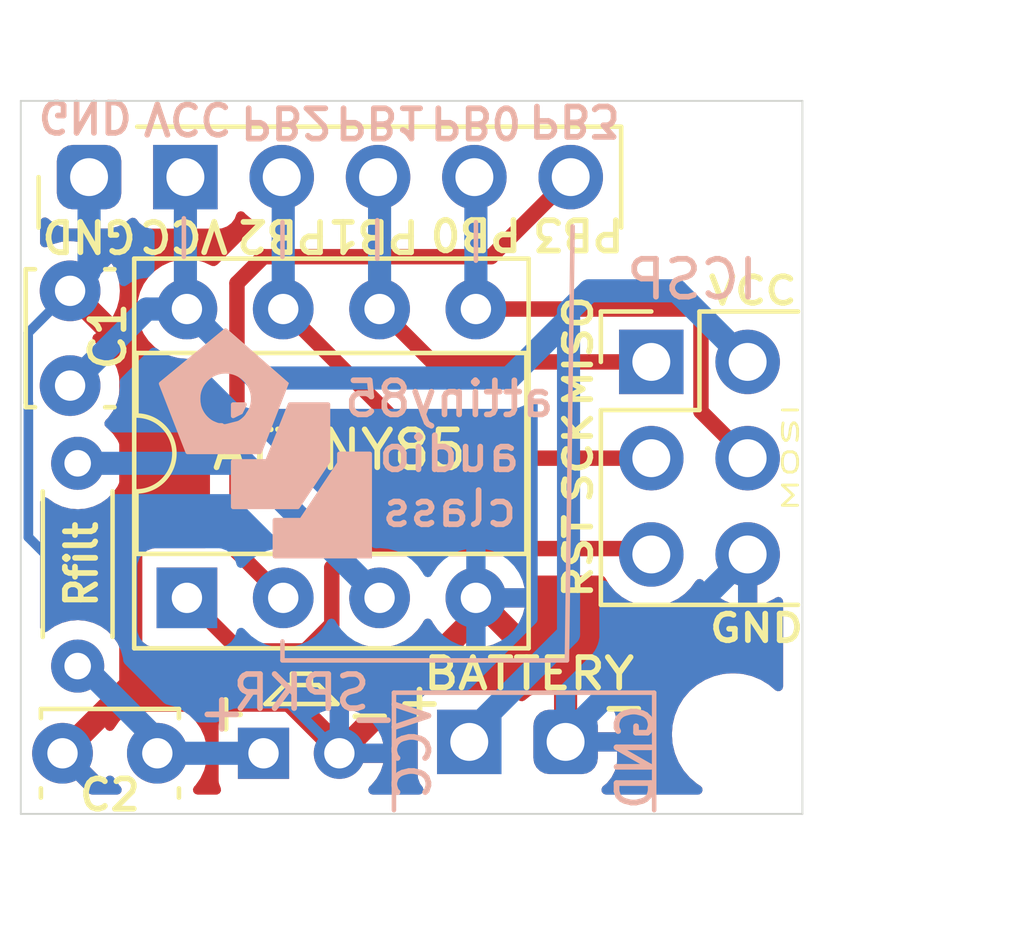
<source format=kicad_pcb>
(kicad_pcb (version 20211014) (generator pcbnew)
  (layers (0 "F.Cu" signal) (31 "B.Cu" signal) (34 "B.Paste" user) (35 "F.Paste" user) (36 "B.SilkS" user "B.Silkscreen") (37 "F.SilkS" user "F.Silkscreen") (38 "B.Mask" user) (39 "F.Mask" user) (44 "Edge.Cuts" user))
  (net 0 "")
  (net 1 "GNDREF")
  (net 2 "VCC")
  (net 3 "Net-(C2-Pad1)")
  (net 4 "Net-(ATTINY85-Pad7)")
  (net 5 "Net-(ATTINY85-Pad3)")
  (net 6 "Net-(ATTINY85-Pad6)")
  (net 7 "Net-(ATTINY85-Pad2)")
  (net 8 "Net-(ATTINY85-Pad5)")
  (net 9 "Net-(ATTINY85-Pad1)")
  (footprint "Connector_PinHeader_2.54mm:PinHeader_1x02_P2.54mm_Vertical" (layer "F.Cu") (at 175.925 149.5 90)
    (fp_text reference "J1" hide)
    (fp_text value "Conn_01x02")
    (pad "1" thru_hole rect (at 0 0 90) (size 1.7 1.7) (drill 1) (layers *.Cu *.Mask) (net 2 "VCC"))
    (pad "2" thru_hole roundrect (at 0 2.54 90) (size 1.7 1.7) (drill 1) (layers *.Cu *.Mask) (net 1 "GNDREF"))
  )
  (footprint "Connector_PinSocket_2.00mm:PinSocket_1x02_P2.00mm_Vertical" (layer "F.Cu") (at 170.5 149.8 90)
    (fp_text reference "J3" hide)
    (fp_text value "Conn_01x02")
    (pad "1" thru_hole rect (at 0 0 90) (size 1.35 1.35) (drill 0.8) (layers *.Cu *.Mask) (net 3 "Net-(C2-Pad1)"))
    (pad "2" thru_hole oval (at 0 2 90) (size 1.35 1.35) (drill 0.8) (layers *.Cu *.Mask) (net 1 "GNDREF"))
  )
  (footprint "Package_DIP:DIP-8_W7.62mm_Socket" (layer "F.Cu") (at 168.48 145.7 90)
    (fp_text reference "ATTINY85" (at 3.9 4.02 180) (layer "F.SilkS"))
    (fp_text value "ATtiny85-20PU")
    (fp_line (start 8.95 -1.39) (end -1.33 -1.39) (layer "F.SilkS") (width 0.12))
    (fp_line (start 2.81 -1.33) (end 1.16 -1.33) (layer "F.SilkS") (width 0.12))
    (fp_line (start 1.16 8.95) (end 6.46 8.95) (layer "F.SilkS") (width 0.12))
    (fp_line (start 8.95 9.01) (end 8.95 -1.39) (layer "F.SilkS") (width 0.12))
    (fp_line (start 6.46 -1.33) (end 4.81 -1.33) (layer "F.SilkS") (width 0.12))
    (fp_line (start -1.33 -1.39) (end -1.33 9.01) (layer "F.SilkS") (width 0.12))
    (fp_line (start 1.16 -1.33) (end 1.16 8.95) (layer "F.SilkS") (width 0.12))
    (fp_line (start -1.33 9.01) (end 8.95 9.01) (layer "F.SilkS") (width 0.12))
    (fp_line (start 6.46 8.95) (end 6.46 -1.33) (layer "F.SilkS") (width 0.12))
    (fp_arc (start 4.81 -1.33) (mid 3.81 -0.33) (end 2.81 -1.33) (layer "F.SilkS") (width 0.12))
    (pad "1" thru_hole rect (at 0 0 90) (size 1.6 1.6) (drill 0.8) (layers *.Cu *.Mask) (net 9 "Net-(ATTINY85-Pad1)"))
    (pad "2" thru_hole oval (at 0 2.54 90) (size 1.6 1.6) (drill 0.8) (layers *.Cu *.Mask) (net 7 "Net-(ATTINY85-Pad2)"))
    (pad "3" thru_hole oval (at 0 5.08 90) (size 1.6 1.6) (drill 0.8) (layers *.Cu *.Mask) (net 5 "Net-(ATTINY85-Pad3)"))
    (pad "4" thru_hole oval (at 0 7.62 90) (size 1.6 1.6) (drill 0.8) (layers *.Cu *.Mask) (net 1 "GNDREF"))
    (pad "5" thru_hole oval (at 7.62 7.62 90) (size 1.6 1.6) (drill 0.8) (layers *.Cu *.Mask) (net 8 "Net-(ATTINY85-Pad5)"))
    (pad "6" thru_hole oval (at 7.62 5.08 90) (size 1.6 1.6) (drill 0.8) (layers *.Cu *.Mask) (net 6 "Net-(ATTINY85-Pad6)"))
    (pad "7" thru_hole oval (at 7.62 2.54 90) (size 1.6 1.6) (drill 0.8) (layers *.Cu *.Mask) (net 4 "Net-(ATTINY85-Pad7)"))
    (pad "8" thru_hole oval (at 7.62 0 90) (size 1.6 1.6) (drill 0.8) (layers *.Cu *.Mask) (net 2 "VCC"))
  )
  (footprint "Resistor_THT:R_Axial_DIN0204_L3.6mm_D1.6mm_P5.08mm_Horizontal" (layer "F.Cu") (at 165.6 147.35 90)
    (fp_text reference "Rfilt" (at 2.54 0.1 90) (layer "F.SilkS") (effects (font (size 0.8 0.7))))
    (fp_text value "68")
    (fp_line (start 0.62 0.92) (end 4.46 0.92) (layer "F.SilkS") (width 0.12))
    (fp_line (start 0.62 -0.92) (end 4.46 -0.92) (layer "F.SilkS") (width 0.12))
    (pad "1" thru_hole circle (at -0.15 0 90) (size 1.4 1.4) (drill 0.7) (layers *.Cu *.Mask) (net 3 "Net-(C2-Pad1)"))
    (pad "2" thru_hole oval (at 5.2 0 90) (size 1.4 1.4) (drill 0.7) (layers *.Cu *.Mask) (net 5 "Net-(ATTINY85-Pad3)"))
  )
  (footprint "Capacitor_THT:C_Disc_D3.4mm_W2.1mm_P2.50mm" (layer "F.Cu") (at 167.7 149.8 180)
    (fp_text reference "C2" (at 1.25 -1.1 unlocked) (layer "F.SilkS") (effects (font (size 0.8 0.8))))
    (fp_text value ".1")
    (fp_line (start -0.57 0.925) (end -0.57 1.17) (layer "F.SilkS") (width 0.12))
    (fp_line (start 3.07 0.925) (end 3.07 1.17) (layer "F.SilkS") (width 0.12))
    (fp_line (start 3.07 -1.17) (end 3.07 -0.925) (layer "F.SilkS") (width 0.12))
    (fp_line (start -0.57 1.17) (end 3.07 1.17) (layer "F.SilkS") (width 0.12))
    (fp_line (start -0.57 -1.17) (end -0.57 -0.925) (layer "F.SilkS") (width 0.12))
    (pad "1" thru_hole circle (at 0 0 180) (size 1.6 1.6) (drill 0.8) (layers *.Cu *.Mask) (net 3 "Net-(C2-Pad1)"))
    (pad "2" thru_hole circle (at 2.5 0 180) (size 1.6 1.6) (drill 0.8) (layers *.Cu *.Mask) (net 1 "GNDREF"))
  )
  (footprint "MountingHole:MountingHole_2.2mm_M2" (layer "F.Cu") (at 182.88 149.3)
    (fp_text reference "H1" hide)
    (fp_text value "MountingHole")
    (pad "" np_thru_hole circle locked (at 0 0) (size 2.2 2.2) (drill 2.2) (layers *.Cu *.Mask))
  )
  (footprint "MountingHole:MountingHole_2.2mm_M2" (layer "F.Cu") (at 182.88 134.62)
    (fp_text reference "H2" hide)
    (fp_text value "MountingHole")
    (pad "" np_thru_hole circle (at 0 0) (size 2.2 2.2) (drill 2.2) (layers *.Cu *.Mask))
  )
  (footprint "Capacitor_THT:C_Disc_D3.4mm_W2.1mm_P2.50mm" (layer "F.Cu") (at 165.4 140.1 90)
    (fp_text reference "C1" (at 1.3 1 90) (layer "F.SilkS") (effects (font (size 0.9 0.9))))
    (fp_text value ".1")
    (fp_line (start 3.07 -1.17) (end 3.07 -0.925) (layer "F.SilkS") (width 0.12))
    (fp_line (start -0.57 0.925) (end -0.57 1.17) (layer "F.SilkS") (width 0.12))
    (fp_line (start 3.07 0.925) (end 3.07 1.17) (layer "F.SilkS") (width 0.12))
    (fp_line (start -0.57 -1.17) (end -0.57 -0.925) (layer "F.SilkS") (width 0.12))
    (fp_line (start -0.57 -1.17) (end 3.07 -1.17) (layer "F.SilkS") (width 0.12))
    (pad "1" thru_hole circle (at 0 0 90) (size 1.6 1.6) (drill 0.8) (layers *.Cu *.Mask) (net 2 "VCC"))
    (pad "2" thru_hole circle (at 2.5 0 90) (size 1.6 1.6) (drill 0.8) (layers *.Cu *.Mask) (net 1 "GNDREF"))
  )
  (footprint "Connector_PinHeader_2.54mm:PinHeader_2x03_P2.54mm_Vertical" (layer "F.Cu") (at 180.725 139.475)
    (fp_text reference "ICSP" (at 1.075 -2.175) (layer "B.SilkS") (effects (justify mirror)))
    (fp_text value "Conn_02x03_Odd_Even")
    (fp_line (start -1.33 1.27) (end -1.33 6.41) (layer "F.SilkS") (width 0.12))
    (fp_line (start 1.27 -1.33) (end 3.87 -1.33) (layer "F.SilkS") (width 0.12))
    (fp_line (start -1.33 1.27) (end 1.27 1.27) (layer "F.SilkS") (width 0.12))
    (fp_line (start -1.33 0) (end -1.33 -1.33) (layer "F.SilkS") (width 0.12))
    (fp_line (start 1.27 1.27) (end 1.27 -1.33) (layer "F.SilkS") (width 0.12))
    (fp_line (start -1.33 6.41) (end 3.87 6.41) (layer "F.SilkS") (width 0.12))
    (fp_line (start -1.33 -1.33) (end 0 -1.33) (layer "F.SilkS") (width 0.12))
    (pad "1" thru_hole rect (at 0 0) (size 1.7 1.7) (drill 1) (layers *.Cu *.Mask) (net 6 "Net-(ATTINY85-Pad6)"))
    (pad "2" thru_hole oval (at 2.54 0) (size 1.7 1.7) (drill 1) (layers *.Cu *.Mask) (net 2 "VCC"))
    (pad "3" thru_hole oval (at 0 2.54) (size 1.7 1.7) (drill 1) (layers *.Cu *.Mask) (net 4 "Net-(ATTINY85-Pad7)"))
    (pad "4" thru_hole oval (at 2.54 2.54) (size 1.7 1.7) (drill 1) (layers *.Cu *.Mask) (net 8 "Net-(ATTINY85-Pad5)"))
    (pad "5" thru_hole oval (at 0 5.08) (size 1.7 1.7) (drill 1) (layers *.Cu *.Mask) (net 9 "Net-(ATTINY85-Pad1)"))
    (pad "6" thru_hole oval (at 2.54 5.08) (size 1.7 1.7) (drill 1) (layers *.Cu *.Mask) (net 1 "GNDREF"))
  )
  (footprint "Connector_PinHeader_2.54mm:PinHeader_1x06_P2.54mm_Vertical" (layer "F.Cu") (at 165.9 134.6 90)
    (fp_text reference "J2" hide)
    (fp_text value "Conn_01x06")
    (fp_line (start -1.33 14.03) (end 1.33 14.03) (layer "F.SilkS") (width 0.12))
    (fp_line (start -1.33 -1.33) (end 0 -1.33) (layer "F.SilkS") (width 0.12))
    (fp_line (start 1.33 1.27) (end 1.33 14.03) (layer "F.SilkS") (width 0.12))
    (pad "1" thru_hole roundrect (at 0 0 90) (size 1.7 1.7) (drill 1) (layers *.Cu *.Mask) (net 1 "GNDREF"))
    (pad "2" thru_hole rect (at 0 2.54 90) (size 1.7 1.7) (drill 1) (layers *.Cu *.Mask) (net 2 "VCC"))
    (pad "3" thru_hole oval (at 0 5.08 90) (size 1.7 1.7) (drill 1) (layers *.Cu *.Mask) (net 4 "Net-(ATTINY85-Pad7)"))
    (pad "4" thru_hole oval (at 0 7.62 90) (size 1.7 1.7) (drill 1) (layers *.Cu *.Mask) (net 6 "Net-(ATTINY85-Pad6)"))
    (pad "5" thru_hole oval (at 0 10.16 90) (size 1.7 1.7) (drill 1) (layers *.Cu *.Mask) (net 8 "Net-(ATTINY85-Pad5)"))
    (pad "6" thru_hole oval (at 0 12.7 90) (size 1.7 1.7) (drill 1) (layers *.Cu *.Mask) (net 7 "Net-(ATTINY85-Pad2)"))
  )
  (footprint "attinyspeaker:makerlogo" (layer "B.Cu") (at 171.4 142.8 180)
    (fp_text reference "REF**" hide)
    (fp_text value "makerlogo")
    (fp_rect (start 2 0.95) (end 2.1 1.65) (layer "B.SilkS") (width 0.12) (fill none))
    (fp_circle (center 1.9 2.35) (end 1.7 3.05) (layer "B.SilkS") (width 0.12) (fill none))
    (fp_poly (pts (xy 1.7 1.9) (xy 1.5 2) (xy 1.4 2.2) (xy 1.7 2.2)) (layer "B.SilkS") (width 0.12) (fill solid))
    (fp_poly (pts (xy -1.9 0.9) (xy -1.1 0.9) (xy -1.1 0.65) (xy -0.1 -0.85) (xy 0.6 -0.85) (xy 0.6 -1.8) (xy -1.9 -1.8)) (layer "B.SilkS") (width 0.12) (fill solid))
    (fp_poly (pts (xy 1.7 0.7) (xy 1.7 -0.5) (xy 0 -0.5) (xy -0.8 0.7) (xy -0.8 2.2) (xy 0.2 2.2) (xy 0.8 0.7)) (layer "B.SilkS") (width 0.12) (fill solid))
    (fp_poly (pts (xy 3.6 2.75) (xy 2.9 0.95) (xy 2.1 0.95) (xy 2.1 1.65) (xy 2.43111 1.781779) (xy 2.6 2.05) (xy 2.62801 2.35) (xy 2.6 2.75) (xy 2.330206 3.044387) (xy 1.930206 3.172397) (xy 1.5 3.05) (xy 1.17199 2.65) (xy 1.1 2.25) (xy 1.3 1.95) (xy 1.4 1.75) (xy 1.9 1.62199) (xy 1.9 0.95) (xy 1 0.95) (xy 0.3 2.75) (xy 1.9 4.15)) (layer "B.SilkS") (width 0.12) (fill solid))
  )
  (gr_line (start 173.9388 148.2012) (end 180.8 148.2012) (layer "B.SilkS") (width 0.12))
  (gr_line (start 173.9388 151.3) (end 173.9388 148.2012) (layer "B.SilkS") (width 0.12))
  (gr_line (start 180.8 151.3) (end 180.8 148.2012) (layer "B.SilkS") (width 0.12))
  (gr_line (start 171 135.7884) (end 171 136.7028) (layer "B.SilkS") (width 0.12))
  (gr_line (start 171 147.35) (end 178.5 147.35) (layer "B.SilkS") (width 0.12))
  (gr_line (start 176.1 136.8044) (end 176.1 135.7884) (layer "B.SilkS") (width 0.12))
  (gr_line (start 168.4 136.7028) (end 168.4 135.6868) (layer "B.SilkS") (width 0.12))
  (gr_line (start 173.5 136.7536) (end 173.5 135.7376) (layer "B.SilkS") (width 0.12))
  (gr_line (start 178.65 135.9) (end 178.5 147.35) (layer "B.SilkS") (width 0.12))
  (gr_line (start 171 147.35) (end 171 146.85) (layer "B.SilkS") (width 0.12))
  (gr_line (start 170.55 148.5) (end 172.45 148.5) (layer "F.SilkS") (width 0.12))
  (gr_line (start 171.95 148) (end 171.05 148) (layer "F.SilkS") (width 0.12))
  (gr_line (start 171.75 147.7) (end 171.25 147.7) (layer "F.SilkS") (width 0.12))
  (gr_line (start 171.75 148) (end 171.75 147.7) (layer "F.SilkS") (width 0.12))
  (gr_line (start 171.05 148) (end 170.55 148.5) (layer "F.SilkS") (width 0.12))
  (gr_line (start 171.25 148) (end 171.25 147.7) (layer "F.SilkS") (width 0.12))
  (gr_line (start 172.45 148.5) (end 171.95 148) (layer "F.SilkS") (width 0.12))
  (gr_line (start 164.1 151.4) (end 164.1 132.588) (layer "Edge.Cuts") (width 0.05))
  (gr_line (start 184.7088 132.588) (end 184.7088 151.4) (layer "Edge.Cuts") (width 0.05))
  (gr_line (start 184.7088 151.4) (end 164.1 151.4) (layer "Edge.Cuts") (width 0.05))
  (gr_line (start 164.1 132.588) (end 184.7088 132.588) (layer "Edge.Cuts") (width 0.05))
  (gr_text "+" (at 169.4 148.7) (layer "B.SilkS") (effects (font (size 1 1)) (justify mirror)))
  (gr_text "GND" (at 180.3 149.9 90) (layer "B.SilkS") (effects (font (size 0.9 0.9)) (justify mirror)))
  (gr_text "PB3" (at 178.7 133.1 180) (layer "B.SilkS") (effects (font (size 0.8 0.8)) (justify mirror)))
  (gr_text "SPKR" (at 171.5 148.2) (layer "B.SilkS") (effects (font (size 0.9 0.9)) (justify mirror)))
  (gr_text "PB1" (at 173.6 133.1468 180) (layer "B.SilkS") (effects (font (size 0.8 0.8)) (justify mirror)))
  (gr_text "-" (at 173.4 149 180) (layer "B.SilkS") (effects (font (size 1 1)) (justify mirror)))
  (gr_text "PB2" (at 171.1 133.1468 180) (layer "B.SilkS") (effects (font (size 0.8 0.8)) (justify mirror)))
  (gr_text "GND" (at 165.8 132.9944 180) (layer "B.SilkS") (effects (font (size 0.8 0.8)) (justify mirror)))
  (gr_text "VCC" (at 168.5 133.0452 180) (layer "B.SilkS") (effects (font (size 0.8 0.8)) (justify mirror)))
  (gr_text "VCC" (at 174.4388 149.7104 90) (layer "B.SilkS") (effects (font (size 0.9 0.9)) (justify mirror)))
  (gr_text "PB0" (at 176.1 133.1468 180) (layer "B.SilkS") (effects (font (size 0.8 0.8)) (justify mirror)))
  (gr_text "attiny85\naudio\nclass" (at 175.4 141.9) (layer "B.SilkS") (effects (font (size 0.9 0.9)) (justify mirror)))
  (gr_text "GND" (at 183.5 146.5) (layer "F.SilkS") (effects (font (size 0.7 0.8))))
  (gr_text "RST" (at 178.8 144.6 90) (layer "F.SilkS") (effects (font (size 0.7 0.8))))
  (gr_text "PB1" (at 173.4 136.144 -180) (layer "F.SilkS") (effects (font (size 0.8 0.8))))
  (gr_text "PB3" (at 178.8 136.1 180) (layer "F.SilkS") (effects (font (size 0.8 0.8))))
  (gr_text "-" (at 173.3 148.9 180) (layer "F.SilkS") (effects (font (size 1 1))))
  (gr_text "PB2" (at 171 136.144 -180) (layer "F.SilkS") (effects (font (size 0.8 0.8))))
  (gr_text "MOSI" (at 184.4 142 90) (layer "F.SilkS") (effects (font (size 0.4 0.8) (thickness 0.075))))
  (gr_text "+" (at 169.5 148.7) (layer "F.SilkS") (effects (font (size 1 1))))
  (gr_text "SCK" (at 178.8 142 90) (layer "F.SilkS") (effects (font (size 0.7 0.8))))
  (gr_text "PB0" (at 176.1 136.0932 -180) (layer "F.SilkS") (effects (font (size 0.8 0.8))))
  (gr_text "VCC" (at 168.4 136.144 180) (layer "F.SilkS") (effects (font (size 0.8 0.8))))
  (gr_text "VCC" (at 183.4 137.6) (layer "F.SilkS") (effects (font (size 0.7 0.8))))
  (gr_text "GND" (at 165.9 136.144 180) (layer "F.SilkS") (effects (font (size 0.8 0.8))))
  (gr_text "+\n" (at 174.5388 148.5 90) (layer "F.SilkS") (effects (font (size 1 1))))
  (gr_text "-" (at 180 148.7 180) (layer "F.SilkS") (effects (font (size 1 1))))
  (gr_text "MISO" (at 178.8 139.2 90) (layer "F.SilkS") (effects (font (size 0.7 0.8))))
  (gr_text "BATTERY" (at 177.5 147.7) (layer "F.SilkS") (effects (font (size 0.8 0.9))))
  (segment (start 176.1 146.2) (end 172.5 149.8) (width 0.6096) (layer "F.Cu") (net 1))
  (segment (start 171.2 148.4) (end 167.4 148.4) (width 0.6096) (layer "F.Cu") (net 1))
  (segment (start 167.4 148.4) (end 167 148) (width 0.6096) (layer "F.Cu") (net 1))
  (segment (start 178.465 148.065) (end 176.1 145.7) (width 0.6096) (layer "F.Cu") (net 1))
  (segment (start 178.465 149.5) (end 178.465 148.065) (width 0.6096) (layer "F.Cu") (net 1))
  (segment (start 167 148) (end 167 139.2) (width 0.6096) (layer "F.Cu") (net 1))
  (segment (start 167 139.2) (end 165.4 137.6) (width 0.6096) (layer "F.Cu") (net 1))
  (segment (start 176.1 145.7) (end 176.1 146.2) (width 0.6096) (layer "F.Cu") (net 1))
  (segment (start 172.5 149.8) (end 172.5 149.7) (width 0.6096) (layer "F.Cu") (net 1))
  (segment (start 172.5 149.7) (end 171.2 148.4) (width 0.6096) (layer "F.Cu") (net 1))
  (segment (start 165.2 149.8) (end 167 148) (width 0.6096) (layer "F.Cu") (net 1))
  (segment (start 165.4 137.6) (end 164.2952 138.7048) (width 0.254) (layer "B.Cu") (net 1))
  (segment (start 167.9 147.7) (end 170.4 147.7) (width 0.254) (layer "B.Cu") (net 1))
  (segment (start 164.3 144.1) (end 167.9 147.7) (width 0.254) (layer "B.Cu") (net 1))
  (segment (start 164.2952 138.7048) (end 164.2952 140.557624) (width 0.254) (layer "B.Cu") (net 1))
  (segment (start 170.4 147.7) (end 172.5 149.8) (width 0.254) (layer "B.Cu") (net 1))
  (segment (start 178.465 149.355) (end 183.265 144.555) (width 0.6096) (layer "B.Cu") (net 1))
  (segment (start 164.3 140.562424) (end 164.3 144.1) (width 0.254) (layer "B.Cu") (net 1))
  (segment (start 165.9 134.6) (end 165.9 137.1) (width 0.6096) (layer "B.Cu") (net 1))
  (segment (start 164.2952 140.557624) (end 164.3 140.562424) (width 0.254) (layer "B.Cu") (net 1))
  (segment (start 178.465 149.5) (end 178.465 149.355) (width 0.6096) (layer "B.Cu") (net 1))
  (segment (start 165.9 137.1) (end 165.4 137.6) (width 0.6096) (layer "B.Cu") (net 1))
  (segment (start 178.5424 138.1424) (end 178.5424 138.3402) (width 0.6096) (layer "B.Cu") (net 2))
  (segment (start 167.42 138.08) (end 165.4 140.1) (width 0.6096) (layer "B.Cu") (net 2))
  (segment (start 168.48 138.08) (end 167.42 138.08) (width 0.6096) (layer "B.Cu") (net 2))
  (segment (start 179.0848 137.6) (end 178.5424 138.1424) (width 0.6096) (layer "B.Cu") (net 2))
  (segment (start 176.9826 139.9) (end 170.3 139.9) (width 0.6096) (layer "B.Cu") (net 2))
  (segment (start 178.5424 146.6576) (end 178.5424 138.1424) (width 0.6096) (layer "B.Cu") (net 2))
  (segment (start 175.925 149.275) (end 178.5424 146.6576) (width 0.6096) (layer "B.Cu") (net 2))
  (segment (start 178.5424 138.3402) (end 176.9826 139.9) (width 0.6096) (layer "B.Cu") (net 2))
  (segment (start 168.44 138.04) (end 168.48 138.08) (width 0.6096) (layer "B.Cu") (net 2))
  (segment (start 175.925 149.5) (end 175.925 149.275) (width 0.6096) (layer "B.Cu") (net 2))
  (segment (start 181.39 137.6) (end 179.0848 137.6) (width 0.6096) (layer "B.Cu") (net 2))
  (segment (start 183.265 139.475) (end 181.39 137.6) (width 0.6096) (layer "B.Cu") (net 2))
  (segment (start 168.44 134.6) (end 168.44 138.04) (width 0.6096) (layer "B.Cu") (net 2))
  (segment (start 170.3 139.9) (end 168.48 138.08) (width 0.6096) (layer "B.Cu") (net 2))
  (segment (start 167.85 149.8) (end 167.85 149.6) (width 0.6096) (layer "B.Cu") (net 3))
  (segment (start 165.75 147.5) (end 165.6 147.5) (width 0.6096) (layer "B.Cu") (net 3))
  (segment (start 170.5 149.8) (end 167.85 149.8) (width 0.6096) (layer "B.Cu") (net 3))
  (segment (start 167.85 149.6) (end 165.75 147.5) (width 0.6096) (layer "B.Cu") (net 3))
  (segment (start 174.955 142.015) (end 171.02 138.08) (width 0.4064) (layer "F.Cu") (net 4))
  (segment (start 180.725 142.015) (end 174.955 142.015) (width 0.4064) (layer "F.Cu") (net 4))
  (segment (start 171.02 134.64) (end 170.98 134.6) (width 0.6096) (layer "B.Cu") (net 4))
  (segment (start 171.02 138.08) (end 171.02 134.64) (width 0.6096) (layer "B.Cu") (net 4))
  (segment (start 173.56 145.7) (end 170.01 142.15) (width 0.6096) (layer "B.Cu") (net 5))
  (segment (start 170.01 142.15) (end 165.6 142.15) (width 0.6096) (layer "B.Cu") (net 5))
  (segment (start 180.725 139.475) (end 174.955 139.475) (width 0.4064) (layer "F.Cu") (net 6))
  (segment (start 174.955 139.475) (end 173.56 138.08) (width 0.4064) (layer "F.Cu") (net 6))
  (segment (start 173.56 138.08) (end 173.56 134.64) (width 0.6096) (layer "B.Cu") (net 6))
  (segment (start 173.56 134.64) (end 173.52 134.6) (width 0.6096) (layer "B.Cu") (net 6))
  (segment (start 170.5 136.7) (end 176.5 136.7) (width 0.4064) (layer "F.Cu") (net 7))
  (segment (start 169.8 144.48) (end 169.8 137.4) (width 0.4064) (layer "F.Cu") (net 7))
  (segment (start 176.5 136.7) (end 178.6 134.6) (width 0.4064) (layer "F.Cu") (net 7))
  (segment (start 169.8 137.4) (end 170.5 136.7) (width 0.4064) (layer "F.Cu") (net 7))
  (segment (start 171.02 145.7) (end 169.8 144.48) (width 0.4064) (layer "F.Cu") (net 7))
  (segment (start 182.034 138.322) (end 181.792 138.08) (width 0.4064) (layer "F.Cu") (net 8))
  (segment (start 182.034 140.784) (end 182.034 138.322) (width 0.4064) (layer "F.Cu") (net 8))
  (segment (start 181.792 138.08) (end 176.1 138.08) (width 0.4064) (layer "F.Cu") (net 8))
  (segment (start 183.265 142.015) (end 182.034 140.784) (width 0.4064) (layer "F.Cu") (net 8))
  (segment (start 176.1 138.08) (end 176.1 134.64) (width 0.6096) (layer "B.Cu") (net 8))
  (segment (start 176.1 134.64) (end 176.06 134.6) (width 0.6096) (layer "B.Cu") (net 8))
  (segment (start 172.3 144.9) (end 172.8 144.4) (width 0.4064) (layer "F.Cu") (net 9))
  (segment (start 168.48 145.7) (end 169.88 147.1) (width 0.4064) (layer "F.Cu") (net 9))
  (segment (start 172.3 146.4) (end 172.3 144.9) (width 0.4064) (layer "F.Cu") (net 9))
  (segment (start 171.6 147.1) (end 172.3 146.4) (width 0.4064) (layer "F.Cu") (net 9))
  (segment (start 172.8 144.4) (end 180.57 144.4) (width 0.4064) (layer "F.Cu") (net 9))
  (segment (start 169.88 147.1) (end 171.6 147.1) (width 0.4064) (layer "F.Cu") (net 9))
  (segment (start 180.57 144.4) (end 180.725 144.555) (width 0.4064) (layer "F.Cu") (net 9))
  (zone (net 1) (net_name "GNDREF") (layer "F.Cu") (connect_pads (clearance 0.508)) (min_thickness 0.254) (fill yes (thermal_gap 0.508) (thermal_bridge_width 0.508))
    (polygon (pts (xy 184.6 151.3) (xy 164.2 151.2) (xy 164.2 132.8) (xy 184.5 132.8)))
  )
  (zone (net 1) (net_name "GNDREF") (layer "B.Cu") (connect_pads (clearance 0.508)) (min_thickness 0.254) (fill yes (thermal_gap 0.508) (thermal_bridge_width 0.508))
    (polygon (pts (xy 184.6 151.2) (xy 164.3 151.2) (xy 164.3 132.8) (xy 184.5 132.8)))
  )
)
</source>
